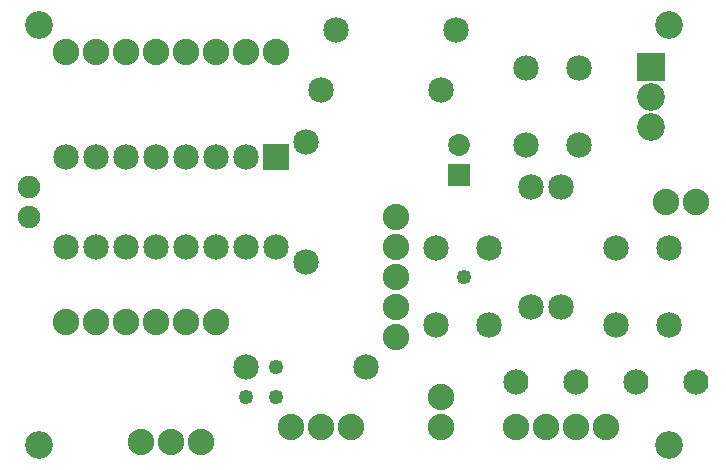
<source format=gbs>
G04 MADE WITH FRITZING*
G04 WWW.FRITZING.ORG*
G04 DOUBLE SIDED*
G04 HOLES PLATED*
G04 CONTOUR ON CENTER OF CONTOUR VECTOR*
%ASAXBY*%
%FSLAX23Y23*%
%MOIN*%
%OFA0B0*%
%SFA1.0B1.0*%
%ADD10C,0.049370*%
%ADD11C,0.092000*%
%ADD12C,0.092677*%
%ADD13C,0.072992*%
%ADD14C,0.085000*%
%ADD15C,0.088000*%
%ADD16C,0.084000*%
%ADD17C,0.075000*%
%ADD18R,0.092000X0.092000*%
%ADD19R,0.072992X0.072992*%
%ADD20R,0.085000X0.085000*%
%LNMASK0*%
G90*
G70*
G54D10*
X961Y361D03*
X1586Y661D03*
X861Y261D03*
X961Y261D03*
G54D11*
X2211Y1361D03*
X2211Y1261D03*
X2211Y1161D03*
G54D12*
X2271Y1503D03*
X2271Y103D03*
X171Y103D03*
X171Y1503D03*
G54D13*
X1571Y1003D03*
X1571Y1101D03*
X1571Y1003D03*
X1571Y1101D03*
G54D14*
X1971Y1103D03*
X1971Y1359D03*
X1794Y1103D03*
X1794Y1359D03*
X1971Y1103D03*
X1971Y1359D03*
X1794Y1103D03*
X1794Y1359D03*
X2271Y503D03*
X2271Y759D03*
X2094Y503D03*
X2094Y759D03*
X2271Y503D03*
X2271Y759D03*
X2094Y503D03*
X2094Y759D03*
X1671Y503D03*
X1671Y759D03*
X1494Y503D03*
X1494Y759D03*
X1671Y503D03*
X1671Y759D03*
X1494Y503D03*
X1494Y759D03*
X1161Y1486D03*
X1561Y1486D03*
X1811Y561D03*
X1811Y961D03*
X1911Y561D03*
X1911Y961D03*
X861Y361D03*
X1261Y361D03*
X1111Y1286D03*
X1511Y1286D03*
G54D15*
X1511Y161D03*
X1511Y261D03*
G54D14*
X1061Y711D03*
X1061Y1111D03*
G54D15*
X2261Y911D03*
X2361Y911D03*
X961Y1411D03*
X861Y1411D03*
X761Y1411D03*
X661Y1411D03*
X561Y1411D03*
X461Y1411D03*
X361Y1411D03*
X261Y1411D03*
X761Y511D03*
X661Y511D03*
X561Y511D03*
X461Y511D03*
X361Y511D03*
X261Y511D03*
G54D14*
X961Y1061D03*
X961Y761D03*
X861Y1061D03*
X861Y761D03*
X761Y1061D03*
X761Y761D03*
X661Y1061D03*
X661Y761D03*
X561Y1061D03*
X561Y761D03*
X461Y1061D03*
X461Y761D03*
X361Y1061D03*
X361Y761D03*
X261Y1061D03*
X261Y761D03*
G54D15*
X1761Y161D03*
X1861Y161D03*
X1961Y161D03*
X2061Y161D03*
X711Y111D03*
X611Y111D03*
X511Y111D03*
X1211Y161D03*
X1111Y161D03*
X1011Y161D03*
G54D16*
X2361Y311D03*
X2161Y311D03*
X1961Y311D03*
X1761Y311D03*
G54D15*
X1361Y861D03*
X1361Y761D03*
X1361Y661D03*
X1361Y561D03*
X1361Y461D03*
G54D17*
X136Y961D03*
X136Y861D03*
G54D18*
X2211Y1361D03*
G54D19*
X1571Y1003D03*
X1571Y1003D03*
G54D20*
X961Y1061D03*
G04 End of Mask0*
M02*
</source>
